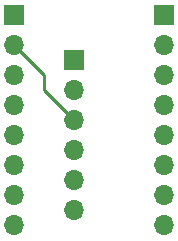
<source format=gbl>
G04 #@! TF.GenerationSoftware,KiCad,Pcbnew,(6.0.2)*
G04 #@! TF.CreationDate,2025-01-10T20:51:35+01:00*
G04 #@! TF.ProjectId,adapter,61646170-7465-4722-9e6b-696361645f70,rev?*
G04 #@! TF.SameCoordinates,Original*
G04 #@! TF.FileFunction,Copper,L2,Bot*
G04 #@! TF.FilePolarity,Positive*
%FSLAX46Y46*%
G04 Gerber Fmt 4.6, Leading zero omitted, Abs format (unit mm)*
G04 Created by KiCad (PCBNEW (6.0.2)) date 2025-01-10 20:51:35*
%MOMM*%
%LPD*%
G01*
G04 APERTURE LIST*
G04 #@! TA.AperFunction,ComponentPad*
%ADD10R,1.700000X1.700000*%
G04 #@! TD*
G04 #@! TA.AperFunction,ComponentPad*
%ADD11O,1.700000X1.700000*%
G04 #@! TD*
G04 #@! TA.AperFunction,Conductor*
%ADD12C,0.250000*%
G04 #@! TD*
G04 APERTURE END LIST*
D10*
X142240000Y-88900000D03*
D11*
X142240000Y-91440000D03*
X142240000Y-93980000D03*
X142240000Y-96520000D03*
X142240000Y-99060000D03*
X142240000Y-101600000D03*
D10*
X137160000Y-85105000D03*
D11*
X137160000Y-87645000D03*
X137160000Y-90185000D03*
X137160000Y-92725000D03*
X137160000Y-95265000D03*
X137160000Y-97805000D03*
X137160000Y-100345000D03*
X137160000Y-102885000D03*
D10*
X149860000Y-85105000D03*
D11*
X149860000Y-87645000D03*
X149860000Y-90185000D03*
X149860000Y-92725000D03*
X149860000Y-95265000D03*
X149860000Y-97805000D03*
X149860000Y-100345000D03*
X149860000Y-102885000D03*
D12*
X139700000Y-90185000D02*
X139700000Y-91440000D01*
X137160000Y-87645000D02*
X139700000Y-90185000D01*
X139700000Y-91440000D02*
X142240000Y-93980000D01*
M02*

</source>
